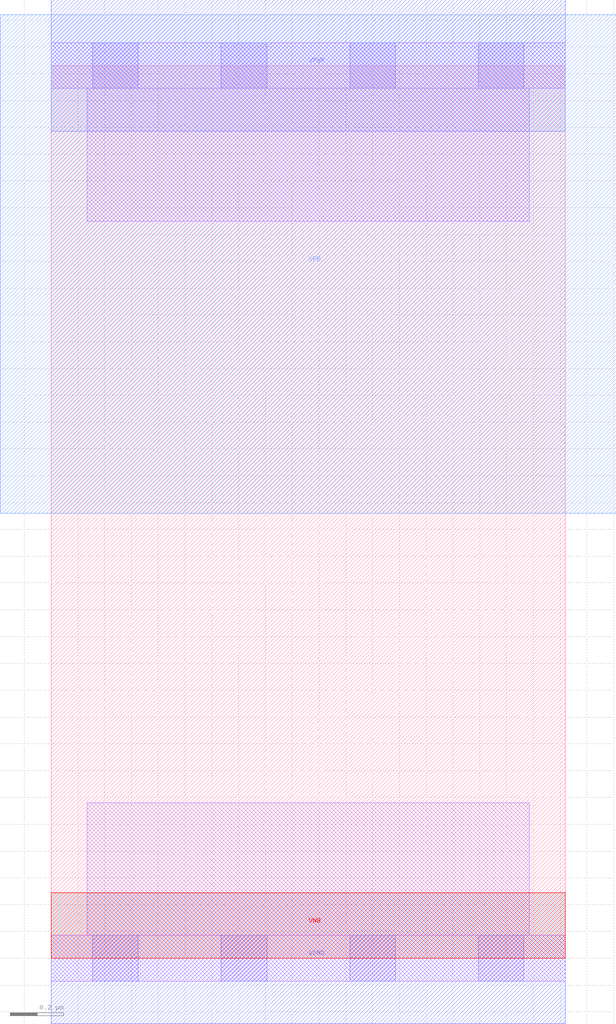
<source format=lef>
# Copyright 2020 The SkyWater PDK Authors
#
# Licensed under the Apache License, Version 2.0 (the "License");
# you may not use this file except in compliance with the License.
# You may obtain a copy of the License at
#
#     https://www.apache.org/licenses/LICENSE-2.0
#
# Unless required by applicable law or agreed to in writing, software
# distributed under the License is distributed on an "AS IS" BASIS,
# WITHOUT WARRANTIES OR CONDITIONS OF ANY KIND, either express or implied.
# See the License for the specific language governing permissions and
# limitations under the License.
#
# SPDX-License-Identifier: Apache-2.0

VERSION 5.7 ;
  NOWIREEXTENSIONATPIN ON ;
  DIVIDERCHAR "/" ;
  BUSBITCHARS "[]" ;
MACRO sky130_fd_sc_ms__fill_diode_4
  CLASS CORE SPACER ;
  FOREIGN sky130_fd_sc_ms__fill_diode_4 ;
  ORIGIN  0.000000  0.000000 ;
  SIZE  1.920000 BY  3.330000 ;
  SYMMETRY X Y ;
  SITE unit ;
  PIN VGND
    DIRECTION INOUT ;
    USE GROUND ;
    PORT
      LAYER met1 ;
        RECT 0.000000 -0.245000 1.920000 0.245000 ;
    END
  END VGND
  PIN VNB
    DIRECTION INOUT ;
    USE GROUND ;
    PORT
      LAYER pwell ;
        RECT 0.000000 0.000000 1.920000 0.245000 ;
    END
  END VNB
  PIN VPB
    DIRECTION INOUT ;
    USE POWER ;
    PORT
      LAYER nwell ;
        RECT -0.190000 1.660000 2.110000 3.520000 ;
    END
  END VPB
  PIN VPWR
    DIRECTION INOUT ;
    USE POWER ;
    PORT
      LAYER met1 ;
        RECT 0.000000 3.085000 1.920000 3.575000 ;
    END
  END VPWR
  OBS
    LAYER li1 ;
      RECT 0.000000 -0.085000 1.920000 0.085000 ;
      RECT 0.000000  3.245000 1.920000 3.415000 ;
      RECT 0.135000  0.085000 1.785000 0.580000 ;
      RECT 0.135000  2.750000 1.785000 3.245000 ;
    LAYER mcon ;
      RECT 0.155000 -0.085000 0.325000 0.085000 ;
      RECT 0.155000  3.245000 0.325000 3.415000 ;
      RECT 0.635000 -0.085000 0.805000 0.085000 ;
      RECT 0.635000  3.245000 0.805000 3.415000 ;
      RECT 1.115000 -0.085000 1.285000 0.085000 ;
      RECT 1.115000  3.245000 1.285000 3.415000 ;
      RECT 1.595000 -0.085000 1.765000 0.085000 ;
      RECT 1.595000  3.245000 1.765000 3.415000 ;
  END
END sky130_fd_sc_ms__fill_diode_4
END LIBRARY

</source>
